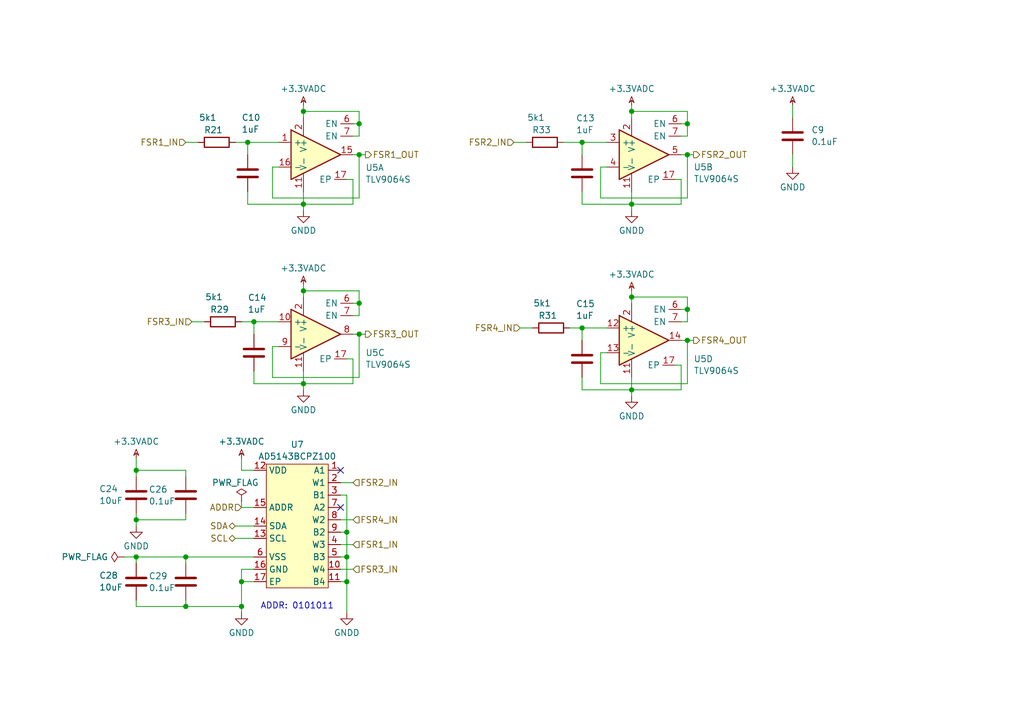
<source format=kicad_sch>
(kicad_sch (version 20231120) (generator "eeschema") (generator_version "8.0")
  (paper "A5")
  (lib_symbols
    (symbol "0.power-symbols:+3.3VADC" (power) (pin_names (offset 0))
      (property "Value" "+3.3VADC" (at 0 2.54 0))
      (symbol "+3.3VADC_0_0"
        (pin power_in line (at 0 0 90) (length 0) hide (name "+3.3VADC") (number "1"))
      )
      (symbol "+3.3VADC_0_1"
        (polyline (pts (xy 0 0) (xy 0 1.016) (xy 0 1.016)))
        (polyline (pts (xy 0 1.016) (xy 0.508 0.508) (xy 0 1.778) (xy -0.508 0.508) (xy 0 1.016) (xy 0 1.016)))
      )
    )
    (symbol "0.power-symbols:GNDD" (power) (pin_names (offset 0))
      (property "Value" "GNDD" (at 0 -3.81 0))
      (symbol "GNDD_0_1"
        (polyline (pts (xy 0 0) (xy 0 -1.27) (xy 1.27 -1.27) (xy 0 -2.54) (xy -1.27 -1.27) (xy 0 -1.27)))
      )
      (symbol "GNDD_1_1"
        (pin power_in line (at 0 0 270) (length 0) hide (name "GNDD") (number "1"))
      )
    )
    (symbol "0.power-symbols:PWR_FLAG" (power) (pin_numbers hide) (pin_names (offset 0) hide)
      (property "Value" "PWR_FLAG" (at 0 3.81 0))
      (symbol "PWR_FLAG_0_0"
        (pin power_out line (at 0 0 90) (length 0) (name "pwr") (number "1"))
      )
      (symbol "PWR_FLAG_0_1"
        (polyline (pts (xy 0 0) (xy 0 1.27) (xy -1.016 1.905) (xy 0 2.54) (xy 1.016 1.905) (xy 0 1.27)))
      )
    )
    (symbol "1.semi.ic.linear:TLV9064S"
      (property "Reference" "U" (at -12.7 10.16 0))
      (property "Value" "TLV9064S" (at -8.89 7.62 0))
      (symbol "TLV9064S_0_1"
        (polyline (pts (xy -3.81 5.08) (xy 6.35 0) (xy -3.81 -5.08) (xy -3.81 5.08)) (stroke (width 0.254)) (fill (type background)))
        (pin power_in line (at -1.27 -7.62 90) (length 3.81) (name "V-") (number "11"))
        (pin power_in line (at 7.62 -5.08 180) (length 2.54) (name "EP") (number "17"))
        (pin power_in line (at -1.27 7.62 270) (length 3.81) (name "V+") (number "2"))
        (pin power_in line (at 8.89 6.35 180) (length 2.54) (name "EN") (number "6"))
        (pin power_in line (at 8.89 3.81 180) (length 2.54) (name "EN") (number "7"))
      )
      (symbol "TLV9064S_0_2"
        (pin power_in line (at -1.27 -7.62 90) (length 3.81) (name "V-") (number "11"))
        (pin power_in line (at -1.27 7.62 270) (length 3.81) (name "V+") (number "2"))
      )
      (symbol "TLV9064S_1_1"
        (pin input line (at -6.35 2.54 0) (length 2.54) (name "+") (number "1"))
        (pin output line (at 8.89 0 180) (length 2.54) (name "~") (number "15"))
        (pin input line (at -6.35 -2.54 0) (length 2.54) (name "-") (number "16"))
      )
      (symbol "TLV9064S_1_2"
        (pin input line (at -6.35 2.54 0) (length 2.54) (name "+") (number "1"))
        (pin output line (at 8.89 0 180) (length 2.54) (name "~") (number "15"))
        (pin input line (at -6.35 -2.54 0) (length 2.54) (name "-") (number "16"))
      )
      (symbol "TLV9064S_2_1"
        (pin input line (at -6.35 2.54 0) (length 2.54) (name "+") (number "3"))
        (pin input line (at -6.35 -2.54 0) (length 2.54) (name "-") (number "4"))
        (pin output line (at 8.89 0 180) (length 2.54) (name "") (number "5"))
      )
      (symbol "TLV9064S_2_2"
        (pin input line (at -6.35 2.54 0) (length 2.54) (name "+") (number "3"))
        (pin input line (at -6.35 -2.54 0) (length 2.54) (name "-") (number "4"))
        (pin output line (at 8.89 0 180) (length 2.54) (name "") (number "5"))
      )
      (symbol "TLV9064S_3_1"
        (pin input line (at -6.35 2.54 0) (length 2.54) (name "+") (number "10"))
        (pin output line (at 8.89 0 180) (length 2.54) (name "") (number "8"))
        (pin input line (at -6.35 -2.54 0) (length 2.54) (name "-") (number "9"))
      )
      (symbol "TLV9064S_3_2"
        (pin input line (at -6.35 2.54 0) (length 2.54) (name "+") (number "10"))
        (pin output line (at 8.89 0 180) (length 2.54) (name "") (number "8"))
        (pin input line (at -6.35 -2.54 0) (length 2.54) (name "-") (number "9"))
      )
      (symbol "TLV9064S_4_1"
        (pin input line (at -6.35 2.54 0) (length 2.54) (name "+") (number "12"))
        (pin input line (at -6.35 -2.54 0) (length 2.54) (name "-") (number "13"))
        (pin output line (at 8.89 0 180) (length 2.54) (name "") (number "14"))
      )
      (symbol "TLV9064S_4_2"
        (pin input line (at -6.35 2.54 0) (length 2.54) (name "+") (number "12"))
        (pin input line (at -6.35 -2.54 0) (length 2.54) (name "-") (number "13"))
        (pin output line (at 8.89 0 180) (length 2.54) (name "") (number "14"))
      )
    )
    (symbol "2.passive:C" (pin_numbers hide) (pin_names (offset 0.254))
      (property "Reference" "C" (at 0.635 2.54 0))
      (property "Value" "C" (at 0.635 -2.54 0))
      (symbol "C_0_1"
        (polyline (pts (xy -2.032 -0.762) (xy 2.032 -0.762)) (stroke (width 0.508)))
        (polyline (pts (xy -2.032 0.762) (xy 2.032 0.762)) (stroke (width 0.508)))
      )
      (symbol "C_1_1"
        (pin passive line (at 0 3.81 270) (length 2.794) (name "~") (number "1"))
        (pin passive line (at 0 -3.81 90) (length 2.794) (name "~") (number "2"))
      )
    )
    (symbol "2.passive:R" (pin_numbers hide) (pin_names (offset 0))
      (property "Reference" "R" (at 2.032 0 90))
      (property "Value" "R" (at 0 0 90))
      (symbol "R_0_1"
        (rectangle (start -1.016 -2.54) (end 1.016 2.54) (stroke (width 0.254)))
      )
      (symbol "R_1_1"
        (pin passive line (at 0 3.81 270) (length 1.27) (name "~") (number "1"))
        (pin passive line (at 0 -3.81 90) (length 1.27) (name "~") (number "2"))
      )
    )
    (symbol "AD5143:AD5143"
      (property "Reference" "U" (at 0 3.81 0))
      (property "Value" "AD5143" (at 0 1.27 0))
      (symbol "AD5143_1_1"
        (rectangle (start -6.35 0) (end 6.35 -25.4) (fill (type background)))
        (pin input line (at 8.89 -1.27 180) (length 2.54) (name "A1") (number "1"))
        (pin passive line (at 8.89 -21.59 180) (length 2.54) (name "W4") (number "10"))
        (pin passive line (at 8.89 -24.13 180) (length 2.54) (name "B4") (number "11"))
        (pin input line (at -8.89 -1.27 0) (length 2.54) (name "VDD") (number "12"))
        (pin input line (at -8.89 -15.24 0) (length 2.54) (name "SCL") (number "13"))
        (pin bidirectional line (at -8.89 -12.7 0) (length 2.54) (name "SDA") (number "14"))
        (pin input line (at -8.89 -8.89 0) (length 2.54) (name "ADDR") (number "15"))
        (pin input line (at -8.89 -21.59 0) (length 2.54) (name "GND") (number "16"))
        (pin passive line (at -8.89 -24.13 0) (length 2.54) (name "EP") (number "17"))
        (pin passive line (at 8.89 -3.81 180) (length 2.54) (name "W1") (number "2"))
        (pin passive line (at 8.89 -6.35 180) (length 2.54) (name "B1") (number "3"))
        (pin passive line (at 8.89 -16.51 180) (length 2.54) (name "W3") (number "4"))
        (pin passive line (at 8.89 -19.05 180) (length 2.54) (name "B3") (number "5"))
        (pin power_in line (at -8.89 -19.05 0) (length 2.54) (name "VSS") (number "6"))
        (pin passive line (at 8.89 -8.89 180) (length 2.54) (name "A2") (number "7"))
        (pin passive line (at 8.89 -11.43 180) (length 2.54) (name "W2") (number "8"))
        (pin passive line (at 8.89 -13.97 180) (length 2.54) (name "B2") (number "9"))
      )
    )
    (symbol "TLV9064S_1"
      (property "Reference" "U" (at -12.7 10.16 0))
      (property "Value" "TLV9064S" (at -8.89 7.62 0))
      (symbol "TLV9064S_1_0_1"
        (polyline (pts (xy -3.81 5.08) (xy 6.35 0) (xy -3.81 -5.08) (xy -3.81 5.08)) (stroke (width 0.254)) (fill (type background)))
        (pin power_in line (at -1.27 -7.62 90) (length 3.81) (name "V-") (number "11"))
        (pin power_in line (at 7.62 -5.08 180) (length 2.54) (name "EP") (number "17"))
        (pin power_in line (at -1.27 7.62 270) (length 3.81) (name "V+") (number "2"))
        (pin power_in line (at 8.89 6.35 180) (length 2.54) (name "EN") (number "6"))
        (pin power_in line (at 8.89 3.81 180) (length 2.54) (name "EN") (number "7"))
      )
      (symbol "TLV9064S_1_0_2"
        (pin power_in line (at -1.27 -7.62 90) (length 3.81) (name "V-") (number "11"))
        (pin power_in line (at -1.27 7.62 270) (length 3.81) (name "V+") (number "2"))
      )
      (symbol "TLV9064S_1_1_1"
        (pin input line (at -6.35 2.54 0) (length 2.54) (name "+") (number "1"))
        (pin output line (at 8.89 0 180) (length 2.54) (name "~") (number "15"))
        (pin input line (at -6.35 -2.54 0) (length 2.54) (name "-") (number "16"))
      )
      (symbol "TLV9064S_1_1_2"
        (pin input line (at -6.35 2.54 0) (length 2.54) (name "+") (number "1"))
        (pin output line (at 8.89 0 180) (length 2.54) (name "~") (number "15"))
        (pin input line (at -6.35 -2.54 0) (length 2.54) (name "-") (number "16"))
      )
      (symbol "TLV9064S_1_2_1"
        (pin input line (at -6.35 2.54 0) (length 2.54) (name "+") (number "3"))
        (pin input line (at -6.35 -2.54 0) (length 2.54) (name "-") (number "4"))
        (pin output line (at 8.89 0 180) (length 2.54) (name "") (number "5"))
      )
      (symbol "TLV9064S_1_2_2"
        (pin input line (at -6.35 2.54 0) (length 2.54) (name "+") (number "3"))
        (pin input line (at -6.35 -2.54 0) (length 2.54) (name "-") (number "4"))
        (pin output line (at 8.89 0 180) (length 2.54) (name "") (number "5"))
      )
      (symbol "TLV9064S_1_3_1"
        (pin input line (at -6.35 2.54 0) (length 2.54) (name "+") (number "10"))
        (pin output line (at 8.89 0 180) (length 2.54) (name "") (number "8"))
        (pin input line (at -6.35 -2.54 0) (length 2.54) (name "-") (number "9"))
      )
      (symbol "TLV9064S_1_3_2"
        (pin input line (at -6.35 2.54 0) (length 2.54) (name "+") (number "10"))
        (pin output line (at 8.89 0 180) (length 2.54) (name "") (number "8"))
        (pin input line (at -6.35 -2.54 0) (length 2.54) (name "-") (number "9"))
      )
      (symbol "TLV9064S_1_4_1"
        (pin input line (at -6.35 2.54 0) (length 2.54) (name "+") (number "12"))
        (pin input line (at -6.35 -2.54 0) (length 2.54) (name "-") (number "13"))
        (pin output line (at 8.89 0 180) (length 2.54) (name "") (number "14"))
      )
      (symbol "TLV9064S_1_4_2"
        (pin input line (at -6.35 2.54 0) (length 2.54) (name "+") (number "12"))
        (pin input line (at -6.35 -2.54 0) (length 2.54) (name "-") (number "13"))
        (pin output line (at 8.89 0 180) (length 2.54) (name "") (number "14"))
      )
    )
    (symbol "TLV9064S_2"
      (property "Reference" "U" (at -12.7 10.16 0))
      (property "Value" "TLV9064S" (at -8.89 7.62 0))
      (symbol "TLV9064S_2_0_1"
        (polyline (pts (xy -3.81 5.08) (xy 6.35 0) (xy -3.81 -5.08) (xy -3.81 5.08)) (stroke (width 0.254)) (fill (type background)))
        (pin power_in line (at -1.27 -7.62 90) (length 3.81) (name "V-") (number "11"))
        (pin power_in line (at 7.62 -5.08 180) (length 2.54) (name "EP") (number "17"))
        (pin power_in line (at -1.27 7.62 270) (length 3.81) (name "V+") (number "2"))
        (pin power_in line (at 8.89 6.35 180) (length 2.54) (name "EN") (number "6"))
        (pin power_in line (at 8.89 3.81 180) (length 2.54) (name "EN") (number "7"))
      )
      (symbol "TLV9064S_2_0_2"
        (pin power_in line (at -1.27 -7.62 90) (length 3.81) (name "V-") (number "11"))
        (pin power_in line (at -1.27 7.62 270) (length 3.81) (name "V+") (number "2"))
      )
      (symbol "TLV9064S_2_1_1"
        (pin input line (at -6.35 2.54 0) (length 2.54) (name "+") (number "1"))
        (pin output line (at 8.89 0 180) (length 2.54) (name "~") (number "15"))
        (pin input line (at -6.35 -2.54 0) (length 2.54) (name "-") (number "16"))
      )
      (symbol "TLV9064S_2_1_2"
        (pin input line (at -6.35 2.54 0) (length 2.54) (name "+") (number "1"))
        (pin output line (at 8.89 0 180) (length 2.54) (name "~") (number "15"))
        (pin input line (at -6.35 -2.54 0) (length 2.54) (name "-") (number "16"))
      )
      (symbol "TLV9064S_2_2_1"
        (pin input line (at -6.35 2.54 0) (length 2.54) (name "+") (number "3"))
        (pin input line (at -6.35 -2.54 0) (length 2.54) (name "-") (number "4"))
        (pin output line (at 8.89 0 180) (length 2.54) (name "") (number "5"))
      )
      (symbol "TLV9064S_2_2_2"
        (pin input line (at -6.35 2.54 0) (length 2.54) (name "+") (number "3"))
        (pin input line (at -6.35 -2.54 0) (length 2.54) (name "-") (number "4"))
        (pin output line (at 8.89 0 180) (length 2.54) (name "") (number "5"))
      )
      (symbol "TLV9064S_2_3_1"
        (pin input line (at -6.35 2.54 0) (length 2.54) (name "+") (number "10"))
        (pin output line (at 8.89 0 180) (length 2.54) (name "") (number "8"))
        (pin input line (at -6.35 -2.54 0) (length 2.54) (name "-") (number "9"))
      )
      (symbol "TLV9064S_2_3_2"
        (pin input line (at -6.35 2.54 0) (length 2.54) (name "+") (number "10"))
        (pin output line (at 8.89 0 180) (length 2.54) (name "") (number "8"))
        (pin input line (at -6.35 -2.54 0) (length 2.54) (name "-") (number "9"))
      )
      (symbol "TLV9064S_2_4_1"
        (pin input line (at -6.35 2.54 0) (length 2.54) (name "+") (number "12"))
        (pin input line (at -6.35 -2.54 0) (length 2.54) (name "-") (number "13"))
        (pin output line (at 8.89 0 180) (length 2.54) (name "") (number "14"))
      )
      (symbol "TLV9064S_2_4_2"
        (pin input line (at -6.35 2.54 0) (length 2.54) (name "+") (number "12"))
        (pin input line (at -6.35 -2.54 0) (length 2.54) (name "-") (number "13"))
        (pin output line (at 8.89 0 180) (length 2.54) (name "") (number "14"))
      )
    )
    (symbol "TLV9064S_3"
      (property "Reference" "U" (at -12.7 10.16 0))
      (property "Value" "TLV9064S" (at -8.89 7.62 0))
      (symbol "TLV9064S_3_0_1"
        (polyline (pts (xy -3.81 5.08) (xy 6.35 0) (xy -3.81 -5.08) (xy -3.81 5.08)) (stroke (width 0.254)) (fill (type background)))
        (pin power_in line (at -1.27 -7.62 90) (length 3.81) (name "V-") (number "11"))
        (pin power_in line (at 7.62 -5.08 180) (length 2.54) (name "EP") (number "17"))
        (pin power_in line (at -1.27 7.62 270) (length 3.81) (name "V+") (number "2"))
        (pin power_in line (at 8.89 6.35 180) (length 2.54) (name "EN") (number "6"))
        (pin power_in line (at 8.89 3.81 180) (length 2.54) (name "EN") (number "7"))
      )
      (symbol "TLV9064S_3_0_2"
        (pin power_in line (at -1.27 -7.62 90) (length 3.81) (name "V-") (number "11"))
        (pin power_in line (at -1.27 7.62 270) (length 3.81) (name "V+") (number "2"))
      )
      (symbol "TLV9064S_3_1_1"
        (pin input line (at -6.35 2.54 0) (length 2.54) (name "+") (number "1"))
        (pin output line (at 8.89 0 180) (length 2.54) (name "~") (number "15"))
        (pin input line (at -6.35 -2.54 0) (length 2.54) (name "-") (number "16"))
      )
      (symbol "TLV9064S_3_1_2"
        (pin input line (at -6.35 2.54 0) (length 2.54) (name "+") (number "1"))
        (pin output line (at 8.89 0 180) (length 2.54) (name "~") (number "15"))
        (pin input line (at -6.35 -2.54 0) (length 2.54) (name "-") (number "16"))
      )
      (symbol "TLV9064S_3_2_1"
        (pin input line (at -6.35 2.54 0) (length 2.54) (name "+") (number "3"))
        (pin input line (at -6.35 -2.54 0) (length 2.54) (name "-") (number "4"))
        (pin output line (at 8.89 0 180) (length 2.54) (name "") (number "5"))
      )
      (symbol "TLV9064S_3_2_2"
        (pin input line (at -6.35 2.54 0) (length 2.54) (name "+") (number "3"))
        (pin input line (at -6.35 -2.54 0) (length 2.54) (name "-") (number "4"))
        (pin output line (at 8.89 0 180) (length 2.54) (name "") (number "5"))
      )
      (symbol "TLV9064S_3_3_1"
        (pin input line (at -6.35 2.54 0) (length 2.54) (name "+") (number "10"))
        (pin output line (at 8.89 0 180) (length 2.54) (name "") (number "8"))
        (pin input line (at -6.35 -2.54 0) (length 2.54) (name "-") (number "9"))
      )
      (symbol "TLV9064S_3_3_2"
        (pin input line (at -6.35 2.54 0) (length 2.54) (name "+") (number "10"))
        (pin output line (at 8.89 0 180) (length 2.54) (name "") (number "8"))
        (pin input line (at -6.35 -2.54 0) (length 2.54) (name "-") (number "9"))
      )
      (symbol "TLV9064S_3_4_1"
        (pin input line (at -6.35 2.54 0) (length 2.54) (name "+") (number "12"))
        (pin input line (at -6.35 -2.54 0) (length 2.54) (name "-") (number "13"))
        (pin output line (at 8.89 0 180) (length 2.54) (name "") (number "14"))
      )
      (symbol "TLV9064S_3_4_2"
        (pin input line (at -6.35 2.54 0) (length 2.54) (name "+") (number "12"))
        (pin input line (at -6.35 -2.54 0) (length 2.54) (name "-") (number "13"))
        (pin output line (at 8.89 0 180) (length 2.54) (name "") (number "14"))
      )
    )
  )
  (junction (at 49.53 124.46))
  (junction (at 62.23 59.69))
  (junction (at 71.12 114.3))
  (junction (at 119.38 29.21))
  (junction (at 27.94 96.52))
  (junction (at 129.54 41.91))
  (junction (at 140.97 69.85))
  (junction (at 71.12 109.22))
  (junction (at 119.38 67.31))
  (junction (at 27.94 114.3))
  (junction (at 73.66 31.75))
  (junction (at 140.97 31.75))
  (junction (at 71.12 119.38))
  (junction (at 50.8 29.21))
  (junction (at 49.53 119.38))
  (junction (at 73.66 62.23))
  (junction (at 73.66 68.58))
  (junction (at 38.1 114.3))
  (junction (at 62.23 22.86))
  (junction (at 140.97 63.5))
  (junction (at 52.07 66.04))
  (junction (at 129.54 60.96))
  (junction (at 140.97 25.4))
  (junction (at 38.1 124.46))
  (junction (at 129.54 80.01))
  (junction (at 129.54 22.86))
  (junction (at 62.23 41.91))
  (junction (at 62.23 78.74))
  (junction (at 73.66 25.4))
  (junction (at 27.94 106.68))
  (no_connect (at 69.85 96.52))
  (no_connect (at 69.85 104.14))
  (wire (pts (xy 106.68 67.31) (xy 109.22 67.31)))
  (wire (pts (xy 69.85 99.06) (xy 72.39 99.06)))
  (wire (pts (xy 73.66 68.58) (xy 74.93 68.58)))
  (wire (pts (xy 140.97 69.85) (xy 139.7 69.85)))
  (wire (pts (xy 49.53 119.38) (xy 52.07 119.38)))
  (wire (pts (xy 38.1 96.52) (xy 38.1 97.79)))
  (wire (pts (xy 73.66 22.86) (xy 62.23 22.86)))
  (wire (pts (xy 71.12 101.6) (xy 71.12 109.22)))
  (wire (pts (xy 140.97 63.5) (xy 140.97 60.96)))
  (wire (pts (xy 123.19 72.39) (xy 123.19 78.74)))
  (wire (pts (xy 73.66 64.77) (xy 72.39 64.77)))
  (wire (pts (xy 129.54 60.96) (xy 129.54 62.23)))
  (wire (pts (xy 71.12 36.83) (xy 72.39 36.83)))
  (wire (pts (xy 140.97 78.74) (xy 140.97 69.85)))
  (wire (pts (xy 139.7 41.91) (xy 129.54 41.91)))
  (wire (pts (xy 162.56 31.75) (xy 162.56 34.29)))
  (wire (pts (xy 49.53 96.52) (xy 52.07 96.52)))
  (wire (pts (xy 140.97 31.75) (xy 142.24 31.75)))
  (wire (pts (xy 38.1 29.21) (xy 40.64 29.21)))
  (wire (pts (xy 73.66 62.23) (xy 73.66 59.69)))
  (wire (pts (xy 49.53 102.87) (xy 49.53 104.14)))
  (wire (pts (xy 140.97 25.4) (xy 140.97 22.86)))
  (wire (pts (xy 27.94 106.68) (xy 27.94 107.95)))
  (wire (pts (xy 69.85 106.68) (xy 72.39 106.68)))
  (wire (pts (xy 49.53 116.84) (xy 49.53 119.38)))
  (wire (pts (xy 49.53 66.04) (xy 52.07 66.04)))
  (wire (pts (xy 139.7 74.93) (xy 139.7 80.01)))
  (wire (pts (xy 48.26 29.21) (xy 50.8 29.21)))
  (wire (pts (xy 55.88 77.47) (xy 73.66 77.47)))
  (wire (pts (xy 72.39 36.83) (xy 72.39 41.91)))
  (wire (pts (xy 69.85 109.22) (xy 71.12 109.22)))
  (wire (pts (xy 119.38 67.31) (xy 119.38 69.85)))
  (wire (pts (xy 129.54 39.37) (xy 129.54 41.91)))
  (wire (pts (xy 73.66 25.4) (xy 73.66 22.86)))
  (wire (pts (xy 129.54 59.69) (xy 129.54 60.96)))
  (wire (pts (xy 138.43 74.93) (xy 139.7 74.93)))
  (wire (pts (xy 50.8 29.21) (xy 57.15 29.21)))
  (wire (pts (xy 49.53 104.14) (xy 52.07 104.14)))
  (wire (pts (xy 49.53 124.46) (xy 49.53 125.73)))
  (wire (pts (xy 129.54 80.01) (xy 129.54 81.28)))
  (wire (pts (xy 129.54 41.91) (xy 129.54 43.18)))
  (wire (pts (xy 139.7 36.83) (xy 139.7 41.91)))
  (wire (pts (xy 69.85 119.38) (xy 71.12 119.38)))
  (wire (pts (xy 73.66 40.64) (xy 73.66 31.75)))
  (wire (pts (xy 119.38 67.31) (xy 124.46 67.31)))
  (wire (pts (xy 38.1 106.68) (xy 38.1 105.41)))
  (wire (pts (xy 62.23 78.74) (xy 62.23 80.01)))
  (wire (pts (xy 27.94 93.98) (xy 27.94 96.52)))
  (wire (pts (xy 73.66 31.75) (xy 72.39 31.75)))
  (wire (pts (xy 27.94 106.68) (xy 38.1 106.68)))
  (wire (pts (xy 27.94 96.52) (xy 38.1 96.52)))
  (wire (pts (xy 140.97 69.85) (xy 142.24 69.85)))
  (wire (pts (xy 139.7 80.01) (xy 129.54 80.01)))
  (wire (pts (xy 57.15 71.12) (xy 55.88 71.12)))
  (wire (pts (xy 69.85 101.6) (xy 71.12 101.6)))
  (wire (pts (xy 72.39 73.66) (xy 72.39 78.74)))
  (wire (pts (xy 123.19 78.74) (xy 140.97 78.74)))
  (wire (pts (xy 119.38 29.21) (xy 119.38 31.75)))
  (wire (pts (xy 140.97 60.96) (xy 129.54 60.96)))
  (wire (pts (xy 50.8 41.91) (xy 62.23 41.91)))
  (wire (pts (xy 62.23 41.91) (xy 62.23 43.18)))
  (wire (pts (xy 105.41 29.21) (xy 107.95 29.21)))
  (wire (pts (xy 72.39 78.74) (xy 62.23 78.74)))
  (wire (pts (xy 69.85 111.76) (xy 72.39 111.76)))
  (wire (pts (xy 140.97 63.5) (xy 139.7 63.5)))
  (wire (pts (xy 119.38 80.01) (xy 129.54 80.01)))
  (wire (pts (xy 52.07 78.74) (xy 62.23 78.74)))
  (wire (pts (xy 62.23 58.42) (xy 62.23 59.69)))
  (wire (pts (xy 140.97 22.86) (xy 129.54 22.86)))
  (wire (pts (xy 48.26 107.95) (xy 52.07 107.95)))
  (wire (pts (xy 55.88 40.64) (xy 73.66 40.64)))
  (wire (pts (xy 140.97 25.4) (xy 139.7 25.4)))
  (wire (pts (xy 39.37 66.04) (xy 41.91 66.04)))
  (wire (pts (xy 71.12 109.22) (xy 71.12 114.3)))
  (wire (pts (xy 69.85 116.84) (xy 72.39 116.84)))
  (wire (pts (xy 140.97 31.75) (xy 139.7 31.75)))
  (wire (pts (xy 25.4 114.3) (xy 27.94 114.3)))
  (wire (pts (xy 73.66 59.69) (xy 62.23 59.69)))
  (wire (pts (xy 140.97 66.04) (xy 140.97 63.5)))
  (wire (pts (xy 27.94 124.46) (xy 27.94 123.19)))
  (wire (pts (xy 27.94 97.79) (xy 27.94 96.52)))
  (wire (pts (xy 140.97 27.94) (xy 139.7 27.94)))
  (wire (pts (xy 69.85 114.3) (xy 71.12 114.3)))
  (wire (pts (xy 62.23 21.59) (xy 62.23 22.86)))
  (wire (pts (xy 129.54 21.59) (xy 129.54 22.86)))
  (wire (pts (xy 55.88 71.12) (xy 55.88 77.47)))
  (wire (pts (xy 27.94 115.57) (xy 27.94 114.3)))
  (wire (pts (xy 50.8 39.37) (xy 50.8 41.91)))
  (wire (pts (xy 123.19 40.64) (xy 140.97 40.64)))
  (wire (pts (xy 129.54 22.86) (xy 129.54 24.13)))
  (wire (pts (xy 52.07 76.2) (xy 52.07 78.74)))
  (wire (pts (xy 27.94 114.3) (xy 38.1 114.3)))
  (wire (pts (xy 71.12 114.3) (xy 71.12 119.38)))
  (wire (pts (xy 123.19 34.29) (xy 123.19 40.64)))
  (wire (pts (xy 73.66 25.4) (xy 72.39 25.4)))
  (wire (pts (xy 73.66 62.23) (xy 72.39 62.23)))
  (wire (pts (xy 52.07 66.04) (xy 52.07 68.58)))
  (wire (pts (xy 49.53 116.84) (xy 52.07 116.84)))
  (wire (pts (xy 72.39 41.91) (xy 62.23 41.91)))
  (wire (pts (xy 55.88 34.29) (xy 55.88 40.64)))
  (wire (pts (xy 140.97 27.94) (xy 140.97 25.4)))
  (wire (pts (xy 38.1 114.3) (xy 38.1 115.57)))
  (wire (pts (xy 50.8 29.21) (xy 50.8 31.75)))
  (wire (pts (xy 73.66 27.94) (xy 72.39 27.94)))
  (wire (pts (xy 73.66 27.94) (xy 73.66 25.4)))
  (wire (pts (xy 124.46 72.39) (xy 123.19 72.39)))
  (wire (pts (xy 140.97 40.64) (xy 140.97 31.75)))
  (wire (pts (xy 62.23 39.37) (xy 62.23 41.91)))
  (wire (pts (xy 62.23 76.2) (xy 62.23 78.74)))
  (wire (pts (xy 119.38 77.47) (xy 119.38 80.01)))
  (wire (pts (xy 73.66 77.47) (xy 73.66 68.58)))
  (wire (pts (xy 73.66 68.58) (xy 72.39 68.58)))
  (wire (pts (xy 119.38 41.91) (xy 129.54 41.91)))
  (wire (pts (xy 73.66 31.75) (xy 74.93 31.75)))
  (wire (pts (xy 129.54 77.47) (xy 129.54 80.01)))
  (wire (pts (xy 27.94 124.46) (xy 38.1 124.46)))
  (wire (pts (xy 116.84 67.31) (xy 119.38 67.31)))
  (wire (pts (xy 49.53 93.98) (xy 49.53 96.52)))
  (wire (pts (xy 52.07 66.04) (xy 57.15 66.04)))
  (wire (pts (xy 115.57 29.21) (xy 119.38 29.21)))
  (wire (pts (xy 62.23 59.69) (xy 62.23 60.96)))
  (wire (pts (xy 72.39 73.66) (xy 71.12 73.66)))
  (wire (pts (xy 57.15 34.29) (xy 55.88 34.29)))
  (wire (pts (xy 119.38 29.21) (xy 124.46 29.21)))
  (wire (pts (xy 162.56 21.59) (xy 162.56 24.13)))
  (wire (pts (xy 119.38 39.37) (xy 119.38 41.91)))
  (wire (pts (xy 62.23 22.86) (xy 62.23 24.13)))
  (wire (pts (xy 140.97 66.04) (xy 139.7 66.04)))
  (wire (pts (xy 38.1 124.46) (xy 49.53 124.46)))
  (wire (pts (xy 48.26 110.49) (xy 52.07 110.49)))
  (wire (pts (xy 38.1 124.46) (xy 38.1 123.19)))
  (wire (pts (xy 139.7 36.83) (xy 138.43 36.83)))
  (wire (pts (xy 124.46 34.29) (xy 123.19 34.29)))
  (wire (pts (xy 71.12 125.73) (xy 71.12 119.38)))
  (wire (pts (xy 49.53 119.38) (xy 49.53 124.46)))
  (wire (pts (xy 38.1 114.3) (xy 52.07 114.3)))
  (wire (pts (xy 27.94 106.68) (xy 27.94 105.41)))
  (wire (pts (xy 73.66 64.77) (xy 73.66 62.23)))
  (text "ADDR: 0101011" (at 60.96 124.46 0) (effects (font (size 1.27 1.27))))
  (hierarchical_label "FSR3_IN" (shape input) (at 72.39 116.84 0))
  (hierarchical_label "FSR3_OUT" (shape output) (at 74.93 68.58 0))
  (hierarchical_label "FSR1_OUT" (shape output) (at 74.93 31.75 0))
  (hierarchical_label "FSR2_IN" (shape input) (at 72.39 99.06 0))
  (hierarchical_label "FSR4_IN" (shape input) (at 106.68 67.31 180))
  (hierarchical_label "ADDR" (shape input) (at 49.53 104.14 180))
  (hierarchical_label "FSR2_IN" (shape input) (at 105.41 29.21 180))
  (hierarchical_label "FSR1_IN" (shape input) (at 72.39 111.76 0))
  (hierarchical_label "SDA" (shape bidirectional) (at 48.26 107.95 180))
  (hierarchical_label "FSR3_IN" (shape input) (at 39.37 66.04 180))
  (hierarchical_label "FSR4_OUT" (shape output) (at 142.24 69.85 0))
  (hierarchical_label "FSR4_IN" (shape input) (at 72.39 106.68 0))
  (hierarchical_label "FSR1_IN" (shape input) (at 38.1 29.21 180))
  (hierarchical_label "FSR2_OUT" (shape output) (at 142.24 31.75 0))
  (hierarchical_label "SCL" (shape bidirectional) (at 48.26 110.49 180))
  (symbol (lib_id "0.power-symbols:+3.3VADC") (at 129.54 21.59 0) (unit 1)
    (property "Reference" "#PWR029" (effects (hide yes)))
    (property "Value" "+3.3VADC" (at 129.54 18.2189 0))
    (instances (project "fsr_controller2" (path "" (reference "#PWR029") (unit 1)) (path "" (reference "#PWR052") (unit 1))))
  )
  (symbol (lib_name "TLV9064S_2") (lib_id "1.semi.ic.linear:TLV9064S") (at 130.81 31.75 0) (unit 2)
    (property "Reference" "U5" (at 142.24 34.29 0) (effects (justify left)))
    (property "Value" "TLV9064S" (at 142.24 36.7143 0) (effects (justify left)))
    (property "Footprint" "1_Semi_QFN:WQFN-16-1EP_3x3mm_P0.5mm_EP1.68x1.68mm" (effects (hide yes)))
    (property "MPN" "DIGI" (effects (hide yes)))
    (instances (project "fsr_controller2" (path "" (reference "U5") (unit 2)) (path "" (reference "U12") (unit 2))))
  )
  (symbol (lib_id "0.power-symbols:+3.3VADC") (at 49.53 93.98 0) (unit 1)
    (property "Reference" "#PWR02" (effects (hide yes)))
    (property "Value" "+3.3VADC" (at 49.53 90.6089 0))
    (instances (project "fsr_controller2" (path "" (reference "#PWR02") (unit 1)) (path "" (reference "#PWR036") (unit 1))))
  )
  (symbol (lib_id "0.power-symbols:+3.3VADC") (at 129.54 59.69 0) (unit 1)
    (property "Reference" "#PWR037" (effects (hide yes)))
    (property "Value" "+3.3VADC" (at 129.54 56.3189 0))
    (instances (project "fsr_controller2" (path "" (reference "#PWR037") (unit 1)) (path "" (reference "#PWR069") (unit 1))))
  )
  (symbol (lib_id "0.power-symbols:GNDD") (at 49.53 125.73 0) (unit 1)
    (property "Reference" "#PWR06" (effects (hide yes)))
    (property "Value" "GNDD" (at 49.53 129.8631 0))
    (instances (project "fsr_controller2" (path "" (reference "#PWR06") (unit 1)) (path "" (reference "#PWR040") (unit 1))))
  )
  (symbol (lib_id "2.passive:C") (at 162.56 27.94 0) (unit 1)
    (property "Reference" "C9" (at 166.37 26.67 0) (effects (justify left)))
    (property "Value" "0.1uF" (at 166.37 29.0943 0) (effects (justify left)))
    (property "Footprint" "2_Passives_Capacitors_SMD_IPC:C_1608_603_B" (effects (hide yes)))
    (property "Description" "Unpolarized capacitor" (effects (hide yes)))
    (property "PN" "2,10" (effects (hide yes)))
    (property "MPN" "C2909630" (effects (hide yes)))
    (instances (project "fsr_controller2" (path "" (reference "C9") (unit 1)) (path "" (reference "C25") (unit 1))))
  )
  (symbol (lib_id "2.passive:C") (at 119.38 73.66 0) (unit 1)
    (property "Reference" "C15" (at 118.11 62.3457 0) (effects (justify left)))
    (property "Value" "1uF" (at 118.11 64.77 0) (effects (justify left)))
    (property "Footprint" "2_Passives_Capacitors_SMD_IPC:C_1608_603_B" (effects (hide yes)))
    (property "Description" "Unpolarized capacitor" (effects (hide yes)))
    (property "PN" "2,16" (effects (hide yes)))
    (property "MPN" "C2918499" (effects (hide yes)))
    (instances (project "fsr_controller2" (path "" (reference "C15") (unit 1)) (path "" (reference "C22") (unit 1))))
  )
  (symbol (lib_id "2.passive:R") (at 113.03 67.31 90) (unit 1)
    (property "Reference" "R31" (at 114.3 64.77 90) (effects (justify left)))
    (property "Value" "5k1" (at 113.03 62.23 90) (effects (justify left)))
    (property "Footprint" "2_Passives_Resistors_SMD_IPC:R_1608_603_B" (effects (hide yes)))
    (property "Description" "Resistor" (effects (hide yes)))
    (property "MPN" "C23186" (effects (hide yes)))
    (instances (project "fsr_controller2" (path "" (reference "R31") (unit 1)) (path "" (reference "R14") (unit 1))))
  )
  (symbol (lib_id "2.passive:C") (at 27.94 119.38 0) (unit 1)
    (property "Reference" "C28" (at 20.32 118.11 0) (effects (justify left)))
    (property "Value" "10uF" (at 20.32 120.5343 0) (effects (justify left)))
    (property "Footprint" "2_Passives_Capacitors_SMD_IPC:C_1608_603_B" (effects (hide yes)))
    (property "Description" "Unpolarized capacitor" (effects (hide yes)))
    (property "PN" "2,16" (effects (hide yes)))
    (property "MPN" "C2909630" (effects (hide yes)))
    (instances (project "fsr_controller2" (path "" (reference "C28") (unit 1)) (path "" (reference "C4") (unit 1))))
  )
  (symbol (lib_id "0.power-symbols:GNDD") (at 162.56 34.29 0) (unit 1)
    (property "Reference" "#PWR027" (effects (hide yes)))
    (property "Value" "GNDD" (at 162.56 38.4231 0))
    (instances (project "fsr_controller2" (path "" (reference "#PWR027") (unit 1)) (path "" (reference "#PWR061") (unit 1))))
  )
  (symbol (lib_id "0.power-symbols:GNDD") (at 129.54 43.18 0) (unit 1)
    (property "Reference" "#PWR039" (effects (hide yes)))
    (property "Value" "GNDD" (at 129.54 47.3131 0))
    (instances (project "fsr_controller2" (path "" (reference "#PWR039") (unit 1)) (path "" (reference "#PWR058") (unit 1))))
  )
  (symbol (lib_id "0.power-symbols:GNDD") (at 62.23 43.18 0) (unit 1)
    (property "Reference" "#PWR042" (effects (hide yes)))
    (property "Value" "GNDD" (at 62.23 47.3131 0))
    (instances (project "fsr_controller2" (path "" (reference "#PWR042") (unit 1)) (path "" (reference "#PWR057") (unit 1))))
  )
  (symbol (lib_id "AD5143:AD5143") (at 60.96 95.25 0) (unit 1)
    (property "Reference" "U7" (at 60.96 91.2325 0))
    (property "Value" "AD5143BCPZ100" (at 60.96 93.6568 0))
    (property "Footprint" "1_Semi_QFN:WQFN-16-1EP_3x3mm_P0.5mm_EP1.68x1.68mm" (effects (hide yes)))
    (instances (project "fsr_controller2" (path "" (reference "U7") (unit 1)) (path "" (reference "U13") (unit 1))))
  )
  (symbol (lib_id "2.passive:C") (at 50.8 35.56 0) (unit 1)
    (property "Reference" "C10" (at 49.53 24.13 0) (effects (justify left)))
    (property "Value" "1uF" (at 49.53 26.5543 0) (effects (justify left)))
    (property "Footprint" "2_Passives_Capacitors_SMD_IPC:C_1608_603_B" (effects (hide yes)))
    (property "Description" "Unpolarized capacitor" (effects (hide yes)))
    (property "PN" "2,16" (effects (hide yes)))
    (property "MPN" "C2918499" (effects (hide yes)))
    (instances (project "fsr_controller2" (path "" (reference "C10") (unit 1)) (path "" (reference "C17") (unit 1))))
  )
  (symbol (lib_id "2.passive:C") (at 119.38 35.56 0) (unit 1)
    (property "Reference" "C13" (at 118.11 24.2457 0) (effects (justify left)))
    (property "Value" "1uF" (at 118.11 26.67 0) (effects (justify left)))
    (property "Footprint" "2_Passives_Capacitors_SMD_IPC:C_1608_603_B" (effects (hide yes)))
    (property "Description" "Unpolarized capacitor" (effects (hide yes)))
    (property "PN" "2,16" (effects (hide yes)))
    (property "MPN" "C2918499" (effects (hide yes)))
    (instances (project "fsr_controller2" (path "" (reference "C13") (unit 1)) (path "" (reference "C19") (unit 1))))
  )
  (symbol (lib_name "TLV9064S_3") (lib_id "1.semi.ic.linear:TLV9064S") (at 130.81 69.85 0) (unit 4)
    (property "Reference" "U5" (at 142.24 73.66 0) (effects (justify left)))
    (property "Value" "TLV9064S" (at 142.24 76.0843 0) (effects (justify left)))
    (property "Footprint" "1_Semi_QFN:WQFN-16-1EP_3x3mm_P0.5mm_EP1.68x1.68mm" (effects (hide yes)))
    (property "MPN" "DIGI" (effects (hide yes)))
    (instances (project "fsr_controller2" (path "" (reference "U5") (unit 4)) (path "" (reference "U12") (unit 4))))
  )
  (symbol (lib_id "2.passive:R") (at 111.76 29.21 90) (unit 1)
    (property "Reference" "R33" (at 113.03 26.67 90) (effects (justify left)))
    (property "Value" "5k1" (at 111.76 24.13 90) (effects (justify left)))
    (property "Footprint" "2_Passives_Resistors_SMD_IPC:R_1608_603_B" (effects (hide yes)))
    (property "Description" "Resistor" (effects (hide yes)))
    (property "MPN" "C23186" (effects (hide yes)))
    (instances (project "fsr_controller2" (path "" (reference "R33") (unit 1)) (path "" (reference "R13") (unit 1))))
  )
  (symbol (lib_id "2.passive:R") (at 44.45 29.21 90) (unit 1)
    (property "Reference" "R21" (at 45.72 26.67 90) (effects (justify left)))
    (property "Value" "5k1" (at 44.45 24.13 90) (effects (justify left)))
    (property "Footprint" "2_Passives_Resistors_SMD_IPC:R_1608_603_B" (effects (hide yes)))
    (property "Description" "Resistor" (effects (hide yes)))
    (property "MPN" "C23186" (effects (hide yes)))
    (instances (project "fsr_controller2" (path "" (reference "R21") (unit 1)) (path "" (reference "R11") (unit 1))))
  )
  (symbol (lib_id "2.passive:C") (at 52.07 72.39 0) (unit 1)
    (property "Reference" "C14" (at 50.8 61.0757 0) (effects (justify left)))
    (property "Value" "1uF" (at 50.8 63.5 0) (effects (justify left)))
    (property "Footprint" "2_Passives_Capacitors_SMD_IPC:C_1608_603_B" (effects (hide yes)))
    (property "Description" "Unpolarized capacitor" (effects (hide yes)))
    (property "PN" "2,16" (effects (hide yes)))
    (property "MPN" "C2918499" (effects (hide yes)))
    (instances (project "fsr_controller2" (path "" (reference "C14") (unit 1)) (path "" (reference "C18") (unit 1))))
  )
  (symbol (lib_id "0.power-symbols:+3.3VADC") (at 162.56 21.59 0) (unit 1)
    (property "Reference" "#PWR047" (effects (hide yes)))
    (property "Value" "+3.3VADC" (at 162.56 18.2189 0))
    (instances (project "fsr_controller2" (path "" (reference "#PWR047") (unit 1)) (path "" (reference "#PWR074") (unit 1))))
  )
  (symbol (lib_id "0.power-symbols:+3.3VADC") (at 27.94 93.98 0) (unit 1)
    (property "Reference" "#PWR067" (effects (hide yes)))
    (property "Value" "+3.3VADC" (at 27.94 90.6089 0))
    (instances (project "fsr_controller2" (path "" (reference "#PWR067") (unit 1)) (path "" (reference "#PWR05") (unit 1))))
  )
  (symbol (lib_id "0.power-symbols:PWR_FLAG") (at 25.4 114.3 90) (unit 1)
    (property "Reference" "#FLG04" (effects (hide yes)))
    (property "Value" "PWR_FLAG" (at 22.2251 114.3 90) (effects (justify left)))
    (instances (project "fsr_controller2" (path "" (reference "#FLG04") (unit 1)) (path "" (reference "#FLG03") (unit 1))))
  )
  (symbol (lib_name "TLV9064S_1") (lib_id "1.semi.ic.linear:TLV9064S") (at 63.5 31.75 0) (unit 1)
    (property "Reference" "U5" (at 74.93 34.4057 0) (effects (justify left)))
    (property "Value" "TLV9064S" (at 74.93 36.83 0) (effects (justify left)))
    (property "Footprint" "1_Semi_QFN:WQFN-16-1EP_3x3mm_P0.5mm_EP1.68x1.68mm" (effects (hide yes)))
    (property "MPN" "DIGI" (effects (hide yes)))
    (instances (project "fsr_controller2" (path "" (reference "U5") (unit 1)) (path "" (reference "U12") (unit 1))))
  )
  (symbol (lib_id "0.power-symbols:+3.3VADC") (at 62.23 21.59 0) (unit 1)
    (property "Reference" "#PWR019" (effects (hide yes)))
    (property "Value" "+3.3VADC" (at 62.23 18.2189 0))
    (instances (project "fsr_controller2" (path "" (reference "#PWR019") (unit 1)) (path "" (reference "#PWR041") (unit 1))))
  )
  (symbol (lib_id "0.power-symbols:GNDD") (at 27.94 107.95 0) (unit 1)
    (property "Reference" "#PWR020" (effects (hide yes)))
    (property "Value" "GNDD" (at 27.94 112.0831 0))
    (instances (project "fsr_controller2" (path "" (reference "#PWR020") (unit 1)) (path "" (reference "#PWR068") (unit 1))))
  )
  (symbol (lib_id "2.passive:C") (at 38.1 119.38 0) (unit 1)
    (property "Reference" "C29" (at 30.48 118.2257 0) (effects (justify left)))
    (property "Value" "0.1uF" (at 30.48 120.65 0) (effects (justify left)))
    (property "Footprint" "2_Passives_Capacitors_SMD_IPC:C_1608_603_B" (effects (hide yes)))
    (property "Description" "Unpolarized capacitor" (effects (hide yes)))
    (property "PN" "2,16" (effects (hide yes)))
    (property "MPN" "C2909630" (effects (hide yes)))
    (instances (project "fsr_controller2" (path "" (reference "C29") (unit 1)) (path "" (reference "C16") (unit 1))))
  )
  (symbol (lib_id "0.power-symbols:GNDD") (at 62.23 80.01 0) (unit 1)
    (property "Reference" "#PWR045" (effects (hide yes)))
    (property "Value" "GNDD" (at 62.23 84.1431 0))
    (instances (project "fsr_controller2" (path "" (reference "#PWR045") (unit 1)) (path "" (reference "#PWR048") (unit 1))))
  )
  (symbol (lib_id "0.power-symbols:GNDD") (at 129.54 81.28 0) (unit 1)
    (property "Reference" "#PWR070" (effects (hide yes)))
    (property "Value" "GNDD" (at 129.54 85.4131 0))
    (instances (project "fsr_controller2" (path "" (reference "#PWR070") (unit 1)) (path "" (reference "#PWR071") (unit 1))))
  )
  (symbol (lib_id "2.passive:C") (at 38.1 101.6 0) (unit 1)
    (property "Reference" "C26" (at 30.48 100.4457 0) (effects (justify left)))
    (property "Value" "0.1uF" (at 30.48 102.87 0) (effects (justify left)))
    (property "Footprint" "2_Passives_Capacitors_SMD_IPC:C_1608_603_B" (effects (hide yes)))
    (property "Description" "Unpolarized capacitor" (effects (hide yes)))
    (property "PN" "2,16" (effects (hide yes)))
    (property "MPN" "C2909630" (effects (hide yes)))
    (instances (project "fsr_controller2" (path "" (reference "C26") (unit 1)) (path "" (reference "C12") (unit 1))))
  )
  (symbol (lib_id "2.passive:C") (at 27.94 101.6 0) (unit 1)
    (property "Reference" "C24" (at 20.32 100.33 0) (effects (justify left)))
    (property "Value" "10uF" (at 20.32 102.7543 0) (effects (justify left)))
    (property "Footprint" "2_Passives_Capacitors_SMD_IPC:C_1608_603_B" (effects (hide yes)))
    (property "Description" "Unpolarized capacitor" (effects (hide yes)))
    (property "PN" "2,16" (effects (hide yes)))
    (property "MPN" "C2909630" (effects (hide yes)))
    (instances (project "fsr_controller2" (path "" (reference "C24") (unit 1)) (path "" (reference "C3") (unit 1))))
  )
  (symbol (lib_id "2.passive:R") (at 45.72 66.04 90) (unit 1)
    (property "Reference" "R29" (at 46.99 63.5 90) (effects (justify left)))
    (property "Value" "5k1" (at 45.72 60.96 90) (effects (justify left)))
    (property "Footprint" "2_Passives_Resistors_SMD_IPC:R_1608_603_B" (effects (hide yes)))
    (property "Description" "Resistor" (effects (hide yes)))
    (property "MPN" "C23186" (effects (hide yes)))
    (instances (project "fsr_controller2" (path "" (reference "R29") (unit 1)) (path "" (reference "R12") (unit 1))))
  )
  (symbol (lib_id "0.power-symbols:GNDD") (at 71.12 125.73 0) (unit 1)
    (property "Reference" "#PWR046" (effects (hide yes)))
    (property "Value" "GNDD" (at 71.12 129.8631 0))
    (instances (project "fsr_controller2" (path "" (reference "#PWR046") (unit 1)) (path "" (reference "#PWR051") (unit 1))))
  )
  (symbol (lib_id "0.power-symbols:PWR_FLAG") (at 49.53 102.87 0) (unit 1)
    (property "Reference" "#FLG05" (effects (hide yes)))
    (property "Value" "PWR_FLAG" (at 48.26 99.06 0))
    (instances (project "fsr_controller2" (path "" (reference "#FLG05") (unit 1)) (path "" (reference "#FLG06") (unit 1))))
  )
  (symbol (lib_id "0.power-symbols:+3.3VADC") (at 62.23 58.42 0) (unit 1)
    (property "Reference" "#PWR043" (effects (hide yes)))
    (property "Value" "+3.3VADC" (at 62.23 55.0489 0))
    (instances (project "fsr_controller2" (path "" (reference "#PWR043") (unit 1)) (path "" (reference "#PWR044") (unit 1))))
  )
  (symbol (lib_id "1.semi.ic.linear:TLV9064S") (at 63.5 68.58 0) (unit 3)
    (property "Reference" "U5" (at 74.93 72.39 0) (effects (justify left)))
    (property "Value" "TLV9064S" (at 74.93 74.8143 0) (effects (justify left)))
    (property "Footprint" "1_Semi_QFN:WQFN-16-1EP_3x3mm_P0.5mm_EP1.68x1.68mm" (effects (hide yes)))
    (property "MPN" "DIGI" (effects (hide yes)))
    (instances (project "fsr_controller2" (path "" (reference "U5") (unit 3)) (path "" (reference "U12") (unit 3))))
  )
)
</source>
